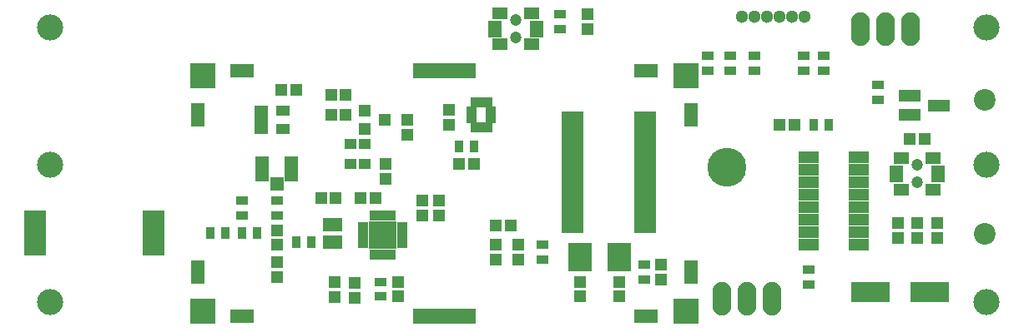
<source format=gbr>
G04 #@! TF.FileFunction,Soldermask,Top*
%FSLAX46Y46*%
G04 Gerber Fmt 4.6, Leading zero omitted, Abs format (unit mm)*
G04 Created by KiCad (PCBNEW (2015-09-03 BZR 6154, Git 4636d8d)-product) date Tue Sep  8 23:52:58 2015*
%MOMM*%
G01*
G04 APERTURE LIST*
%ADD10C,0.100000*%
%ADD11R,1.150000X1.200000*%
%ADD12R,2.200000X0.700000*%
%ADD13R,2.200000X4.650000*%
%ADD14R,1.200000X1.150000*%
%ADD15R,3.900000X2.000000*%
%ADD16R,1.197560X1.197560*%
%ADD17R,0.900000X1.300000*%
%ADD18R,1.300000X0.900000*%
%ADD19O,1.906220X3.414980*%
%ADD20C,2.200000*%
%ADD21C,3.960000*%
%ADD22R,2.000000X1.160000*%
%ADD23C,1.300000*%
%ADD24R,1.400000X1.400000*%
%ADD25R,1.400000X2.600000*%
%ADD26C,1.200000*%
%ADD27R,1.350000X1.800000*%
%ADD28R,1.550000X1.150000*%
%ADD29R,0.750000X1.400000*%
%ADD30R,1.460000X1.050000*%
%ADD31R,1.300000X1.100000*%
%ADD32R,1.130000X0.700000*%
%ADD33R,0.700000X1.130000*%
%ADD34R,1.650000X1.650000*%
%ADD35R,1.200100X1.200100*%
%ADD36R,0.650000X1.100000*%
%ADD37R,1.100000X0.650000*%
%ADD38R,2.400000X2.900000*%
%ADD39C,2.650000*%
%ADD40R,1.800000X1.600000*%
%ADD41R,2.400000X1.600000*%
%ADD42R,2.500000X2.500000*%
%ADD43R,2.400000X1.400000*%
%ADD44R,1.400000X2.400000*%
%ADD45R,2.200860X1.200100*%
G04 APERTURE END LIST*
D10*
D11*
X122900000Y-113550000D03*
X122900000Y-115050000D03*
D12*
X154400000Y-108200000D03*
X154400000Y-107550000D03*
X154400000Y-106900000D03*
X154400000Y-106250000D03*
X154400000Y-105600000D03*
X154400000Y-104950000D03*
X154400000Y-104300000D03*
X154400000Y-103650000D03*
X154400000Y-103000000D03*
X154400000Y-102350000D03*
X154400000Y-101700000D03*
X154400000Y-101050000D03*
X154400000Y-100400000D03*
X154400000Y-99750000D03*
X154400000Y-99100000D03*
X154400000Y-98450000D03*
X154400000Y-97800000D03*
X154400000Y-97150000D03*
X154400000Y-96500000D03*
X147000000Y-96500000D03*
X147000000Y-97150000D03*
X147000000Y-97800000D03*
X147000000Y-98450000D03*
X147000000Y-99100000D03*
X147000000Y-99750000D03*
X147000000Y-100400000D03*
X147000000Y-102350000D03*
X147000000Y-103000000D03*
X147000000Y-103650000D03*
X147000000Y-104300000D03*
X147000000Y-104950000D03*
X147000000Y-105600000D03*
X147000000Y-106250000D03*
X147000000Y-107550000D03*
X147000000Y-106900000D03*
X147000000Y-108200000D03*
X147000000Y-101700000D03*
X147000000Y-101050000D03*
D13*
X104500000Y-108500000D03*
X92500000Y-108500000D03*
D11*
X117000000Y-109750000D03*
X117000000Y-108250000D03*
X117000000Y-111500000D03*
X117000000Y-113000000D03*
X129300000Y-113500000D03*
X129300000Y-115000000D03*
D14*
X127000000Y-105000000D03*
X125500000Y-105000000D03*
X123000000Y-105000000D03*
X121500000Y-105000000D03*
X117500000Y-94000000D03*
X119000000Y-94000000D03*
D11*
X128000000Y-103000000D03*
X128000000Y-101500000D03*
D14*
X124000000Y-94500000D03*
X122500000Y-94500000D03*
X124000000Y-96500000D03*
X122500000Y-96500000D03*
D11*
X131750000Y-106750000D03*
X131750000Y-105250000D03*
X134500000Y-96000000D03*
X134500000Y-97500000D03*
X133500000Y-106750000D03*
X133500000Y-105250000D03*
X130250000Y-97000000D03*
X130250000Y-98500000D03*
D14*
X137000000Y-101500000D03*
X135500000Y-101500000D03*
D11*
X156000000Y-111750000D03*
X156000000Y-113250000D03*
D14*
X181250000Y-99000000D03*
X182750000Y-99000000D03*
D11*
X182000000Y-109000000D03*
X182000000Y-107500000D03*
D15*
X177250000Y-114500000D03*
X183250000Y-114500000D03*
D11*
X180000000Y-109000000D03*
X180000000Y-107500000D03*
X141500000Y-109750000D03*
X141500000Y-111250000D03*
X184000000Y-109000000D03*
X184000000Y-107500000D03*
X139250000Y-109750000D03*
X139250000Y-111250000D03*
X148500000Y-87750000D03*
X148500000Y-86250000D03*
D14*
X140750000Y-107750000D03*
X139250000Y-107750000D03*
D11*
X151750000Y-115000000D03*
X151750000Y-113500000D03*
X147750000Y-115000000D03*
X147750000Y-113500000D03*
D16*
X169498600Y-97500000D03*
X168000000Y-97500000D03*
D17*
X119000000Y-109500000D03*
X120500000Y-109500000D03*
X137000000Y-99750000D03*
X135500000Y-99750000D03*
D18*
X154250000Y-111750000D03*
X154250000Y-113250000D03*
X171000000Y-112250000D03*
X171000000Y-113750000D03*
X144000000Y-109750000D03*
X144000000Y-111250000D03*
D19*
X181290000Y-87750000D03*
X178750000Y-87750000D03*
X176210000Y-87750000D03*
X167250000Y-115250000D03*
X164710000Y-115250000D03*
X162170000Y-115250000D03*
D20*
X188800000Y-95000000D03*
X188800000Y-108600000D03*
D21*
X162640000Y-101800000D03*
D22*
X170960000Y-100805000D03*
X170960000Y-102075000D03*
X170960000Y-103345000D03*
X170960000Y-104615000D03*
X170960000Y-105885000D03*
X170960000Y-107155000D03*
X170960000Y-108425000D03*
X176040000Y-108425000D03*
X176040000Y-107155000D03*
X176040000Y-105885000D03*
X176040000Y-104615000D03*
X176040000Y-103345000D03*
X176040000Y-102075000D03*
X176040000Y-109695000D03*
X170960000Y-109695000D03*
X176040000Y-100805000D03*
D23*
X164190000Y-86500000D03*
X165460000Y-86500000D03*
X166730000Y-86500000D03*
X168000000Y-86500000D03*
X169270000Y-86500000D03*
X170540000Y-86500000D03*
D24*
X117000000Y-103500000D03*
D25*
X115500000Y-102000000D03*
X118500000Y-102000000D03*
D18*
X127500000Y-115000000D03*
X127500000Y-113500000D03*
X178000000Y-94950000D03*
X178000000Y-93450000D03*
D17*
X171500000Y-97500000D03*
X173000000Y-97500000D03*
D18*
X163000000Y-90500000D03*
X163000000Y-92000000D03*
X160750000Y-90500000D03*
X160750000Y-92000000D03*
X170500000Y-90500000D03*
X170500000Y-92000000D03*
X172500000Y-90500000D03*
X172500000Y-92000000D03*
X165500000Y-90500000D03*
X165500000Y-92000000D03*
X145750000Y-86250000D03*
X145750000Y-87750000D03*
D17*
X111750000Y-108500000D03*
X110250000Y-108500000D03*
D18*
X117000000Y-106750000D03*
X117000000Y-105250000D03*
X113500000Y-105250000D03*
X113500000Y-106750000D03*
D17*
X115000000Y-108500000D03*
X113500000Y-108500000D03*
D26*
X182000000Y-101600000D03*
X182000000Y-103400000D03*
D27*
X179900000Y-102500000D03*
X184100000Y-102500000D03*
D28*
X180400000Y-100900000D03*
X183600000Y-104100000D03*
X183600000Y-100900000D03*
X180400000Y-104100000D03*
D26*
X141250000Y-88650000D03*
X141250000Y-86850000D03*
D27*
X143350000Y-87750000D03*
X139150000Y-87750000D03*
D28*
X142850000Y-89350000D03*
X139650000Y-86150000D03*
X139650000Y-89350000D03*
X142850000Y-86150000D03*
D29*
X122000000Y-109500000D03*
X122650000Y-109500000D03*
X123300000Y-109500000D03*
X123300000Y-107700000D03*
X122650000Y-107700000D03*
X122000000Y-107700000D03*
D30*
X115400000Y-96050000D03*
X115400000Y-97000000D03*
X115400000Y-97950000D03*
X117600000Y-97950000D03*
X117600000Y-96050000D03*
D31*
X124500000Y-99500000D03*
X124500000Y-101500000D03*
X125900000Y-101500000D03*
X125900000Y-99500000D03*
D32*
X129715000Y-109750000D03*
X129715000Y-109250000D03*
X129715000Y-108750000D03*
X129715000Y-108250000D03*
X129715000Y-107750000D03*
D33*
X128750000Y-106785000D03*
X128250000Y-106785000D03*
X127750000Y-106785000D03*
X127250000Y-106785000D03*
X126750000Y-106785000D03*
D32*
X125785000Y-107750000D03*
X125785000Y-108250000D03*
X125785000Y-108750000D03*
X125785000Y-109250000D03*
X125785000Y-109750000D03*
D33*
X126750000Y-110715000D03*
X127250000Y-110715000D03*
X127750000Y-110715000D03*
X128250000Y-110715000D03*
X128750000Y-110715000D03*
D34*
X127125000Y-108125000D03*
X127125000Y-109375000D03*
X128375000Y-108125000D03*
X128375000Y-109375000D03*
D35*
X125949240Y-96050000D03*
X125949240Y-97950000D03*
X127948220Y-97000000D03*
D36*
X138500000Y-95250000D03*
X138000000Y-95250000D03*
X137500000Y-95250000D03*
X137000000Y-95250000D03*
D37*
X136750000Y-96000000D03*
X136750000Y-96500000D03*
X136750000Y-97000000D03*
X138750000Y-96000000D03*
X138750000Y-96500000D03*
X138750000Y-97000000D03*
D36*
X137000000Y-97750000D03*
X137500000Y-97750000D03*
X138000000Y-97750000D03*
X138500000Y-97750000D03*
D38*
X151750000Y-111000000D03*
X147750000Y-111000000D03*
D11*
X124900000Y-113600000D03*
X124900000Y-115100000D03*
D39*
X94000000Y-101600000D03*
X189000000Y-101600000D03*
X94000000Y-87600000D03*
X94000000Y-115600000D03*
X189000000Y-115600000D03*
X189000000Y-87600000D03*
D40*
X134000000Y-92000000D03*
D41*
X136000000Y-92000000D03*
X132000000Y-92000000D03*
X136000000Y-117000000D03*
D40*
X134000000Y-117000000D03*
D41*
X132000000Y-117000000D03*
D42*
X109500000Y-92500000D03*
X109500000Y-116500000D03*
X158500000Y-116500000D03*
X158500000Y-92500000D03*
D43*
X113500000Y-92000000D03*
X113500000Y-117000000D03*
X154500000Y-117000000D03*
X154500000Y-92000000D03*
D44*
X109000000Y-96500000D03*
X109000000Y-112500000D03*
X159000000Y-112500000D03*
X159000000Y-96500000D03*
D45*
X181200000Y-94600000D03*
X181200000Y-96500000D03*
X184202280Y-95550000D03*
M02*

</source>
